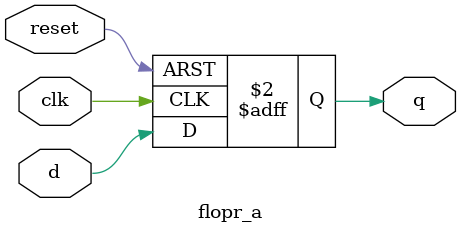
<source format=sv>

module flopr_a( input  logic clk,
                input  logic reset, 
                input  logic d, 
                output logic q);
   
  // asynchronous reset
  always_ff @(posedge clk, posedge reset)
    if (reset) q <= 1'b0;
    else       q <= d;
endmodule

</source>
